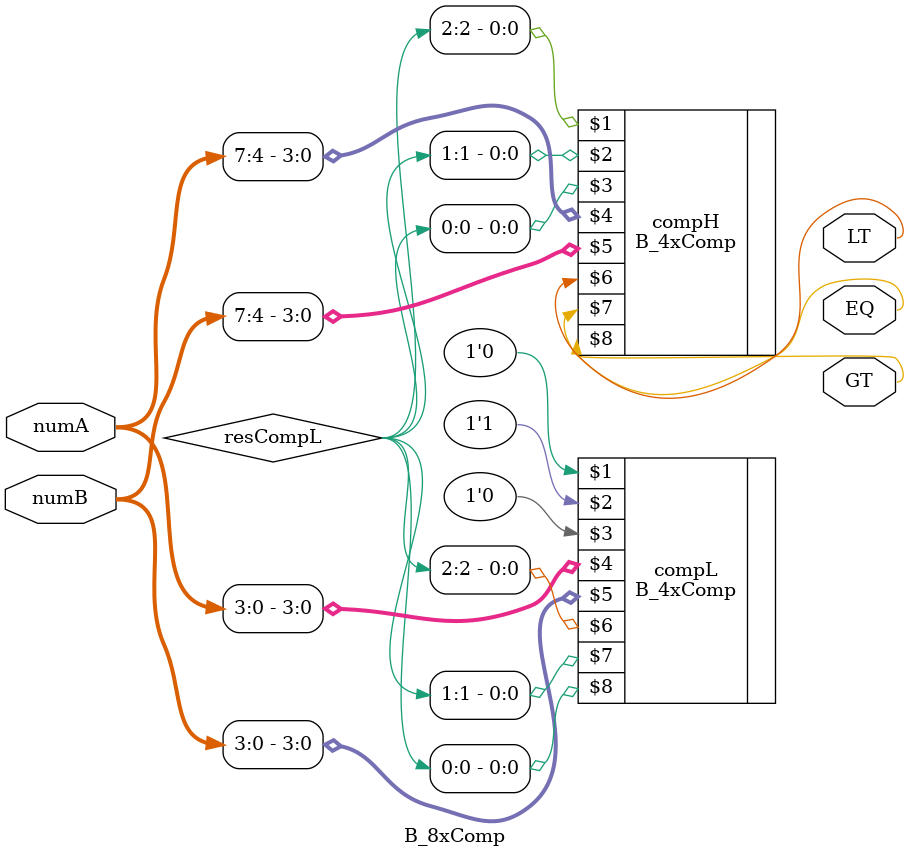
<source format=v>
module B_8xComp(
	input  [7:0]numA, numB,
	output LT, EQ, GT
);
	wire [2:0]resCompL;
	B_4xComp	compL(1'b0, 1'b1, 1'b0, numA[3:0], numB[3:0], resCompL[2], resCompL[1], resCompL[0]);
	B_4xComp	compH(resCompL[2], resCompL[1], resCompL[0], numA[7:4], numB[7:4], LT, EQ, GT);

endmodule

</source>
